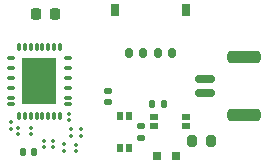
<source format=gtp>
%TF.GenerationSoftware,KiCad,Pcbnew,9.0.4*%
%TF.CreationDate,2025-10-05T00:28:02-04:00*%
%TF.ProjectId,bldc motor controller,626c6463-206d-46f7-946f-7220636f6e74,rev?*%
%TF.SameCoordinates,Original*%
%TF.FileFunction,Paste,Top*%
%TF.FilePolarity,Positive*%
%FSLAX46Y46*%
G04 Gerber Fmt 4.6, Leading zero omitted, Abs format (unit mm)*
G04 Created by KiCad (PCBNEW 9.0.4) date 2025-10-05 00:28:02*
%MOMM*%
%LPD*%
G01*
G04 APERTURE LIST*
G04 Aperture macros list*
%AMRoundRect*
0 Rectangle with rounded corners*
0 $1 Rounding radius*
0 $2 $3 $4 $5 $6 $7 $8 $9 X,Y pos of 4 corners*
0 Add a 4 corners polygon primitive as box body*
4,1,4,$2,$3,$4,$5,$6,$7,$8,$9,$2,$3,0*
0 Add four circle primitives for the rounded corners*
1,1,$1+$1,$2,$3*
1,1,$1+$1,$4,$5*
1,1,$1+$1,$6,$7*
1,1,$1+$1,$8,$9*
0 Add four rect primitives between the rounded corners*
20,1,$1+$1,$2,$3,$4,$5,0*
20,1,$1+$1,$4,$5,$6,$7,0*
20,1,$1+$1,$6,$7,$8,$9,0*
20,1,$1+$1,$8,$9,$2,$3,0*%
G04 Aperture macros list end*
%ADD10RoundRect,0.067500X-0.067500X0.067500X-0.067500X-0.067500X0.067500X-0.067500X0.067500X0.067500X0*%
%ADD11RoundRect,0.067500X0.067500X-0.067500X0.067500X0.067500X-0.067500X0.067500X-0.067500X-0.067500X0*%
%ADD12RoundRect,0.225000X-0.225000X-0.250000X0.225000X-0.250000X0.225000X0.250000X-0.225000X0.250000X0*%
%ADD13RoundRect,0.150000X-0.700000X0.150000X-0.700000X-0.150000X0.700000X-0.150000X0.700000X0.150000X0*%
%ADD14RoundRect,0.250000X-1.150000X0.250000X-1.150000X-0.250000X1.150000X-0.250000X1.150000X0.250000X0*%
%ADD15R,0.550000X0.720000*%
%ADD16O,0.790000X0.280000*%
%ADD17O,0.280000X0.790000*%
%ADD18R,3.000000X4.000000*%
%ADD19RoundRect,0.140000X-0.170000X0.140000X-0.170000X-0.140000X0.170000X-0.140000X0.170000X0.140000X0*%
%ADD20RoundRect,0.140000X-0.140000X-0.170000X0.140000X-0.170000X0.140000X0.170000X-0.140000X0.170000X0*%
%ADD21RoundRect,0.135000X0.135000X0.185000X-0.135000X0.185000X-0.135000X-0.185000X0.135000X-0.185000X0*%
%ADD22RoundRect,0.150000X0.150000X0.275000X-0.150000X0.275000X-0.150000X-0.275000X0.150000X-0.275000X0*%
%ADD23RoundRect,0.187500X0.187500X0.362500X-0.187500X0.362500X-0.187500X-0.362500X0.187500X-0.362500X0*%
%ADD24R,0.800000X0.800000*%
%ADD25R,0.720000X0.550000*%
%ADD26RoundRect,0.140000X0.170000X-0.140000X0.170000X0.140000X-0.170000X0.140000X-0.170000X-0.140000X0*%
%ADD27RoundRect,0.200000X-0.200000X-0.275000X0.200000X-0.275000X0.200000X0.275000X-0.200000X0.275000X0*%
G04 APERTURE END LIST*
D10*
%TO.C,R11*%
X133150000Y-91525000D03*
X133150000Y-92075000D03*
%TD*%
D11*
%TO.C,C6*%
X136349750Y-90875000D03*
X136349750Y-90325000D03*
%TD*%
D10*
%TO.C,C4*%
X136925000Y-92950000D03*
X136925000Y-93500000D03*
%TD*%
D12*
%TO.C,C7*%
X133575000Y-81900000D03*
X135125000Y-81900000D03*
%TD*%
D10*
%TO.C,R9*%
X132049750Y-91525000D03*
X132049750Y-92075000D03*
%TD*%
D13*
%TO.C,U7*%
X147850000Y-87375000D03*
X147850000Y-88625000D03*
D14*
X151200000Y-85525000D03*
X151200000Y-90475000D03*
%TD*%
D11*
%TO.C,C3*%
X136524750Y-92200000D03*
X136524750Y-91650000D03*
%TD*%
D10*
%TO.C,R10*%
X131400000Y-91075000D03*
X131400000Y-91625000D03*
%TD*%
D15*
%TO.C,SW1*%
X141450000Y-90550000D03*
X141450000Y-93250000D03*
X140650000Y-90550000D03*
X140650000Y-93250000D03*
%TD*%
D16*
%TO.C,U1*%
X136257500Y-89550000D03*
X136257500Y-89050000D03*
X136257500Y-88200000D03*
X136257500Y-87350000D03*
X136257500Y-86500000D03*
X136257500Y-85650000D03*
D17*
X135600000Y-84692500D03*
X135100000Y-84692500D03*
X134600000Y-84692500D03*
X134100000Y-84692500D03*
X133600000Y-84692500D03*
X133100000Y-84692500D03*
X132600000Y-84692500D03*
X132100000Y-84692500D03*
D16*
X131442500Y-85650000D03*
X131442500Y-86500000D03*
X131442500Y-87350000D03*
X131442500Y-88200000D03*
X131442500Y-89050000D03*
X131442500Y-89550000D03*
D17*
X132100000Y-90507500D03*
X132600000Y-90507500D03*
X133100000Y-90507500D03*
X133600000Y-90507500D03*
X134100000Y-90507500D03*
X134600000Y-90507500D03*
X135100000Y-90507500D03*
X135600000Y-90507500D03*
D18*
X133850000Y-87600000D03*
%TD*%
D19*
%TO.C,C10*%
X139649750Y-88420000D03*
X139649750Y-89380000D03*
%TD*%
D10*
%TO.C,C5*%
X134249750Y-92625000D03*
X134249750Y-93175000D03*
%TD*%
%TO.C,R4*%
X135000000Y-92625000D03*
X135000000Y-93175000D03*
%TD*%
D20*
%TO.C,C18*%
X132420000Y-93600000D03*
X133380000Y-93600000D03*
%TD*%
D21*
%TO.C,R7*%
X144410000Y-89500000D03*
X143390000Y-89500000D03*
%TD*%
D22*
%TO.C,U2*%
X145050000Y-85200000D03*
X143850000Y-85200000D03*
X142650000Y-85200000D03*
X141450000Y-85200000D03*
D23*
X146225000Y-81575000D03*
X140275000Y-81575000D03*
%TD*%
D24*
%TO.C,LED1*%
X145399500Y-93950000D03*
X143800500Y-93950000D03*
%TD*%
D11*
%TO.C,R2*%
X137325000Y-92200000D03*
X137325000Y-91650000D03*
%TD*%
D25*
%TO.C,SW2*%
X146250000Y-91400000D03*
X143550000Y-91400000D03*
X146250000Y-90600000D03*
X143550000Y-90600000D03*
%TD*%
D10*
%TO.C,R3*%
X135900000Y-92925000D03*
X135900000Y-93475000D03*
%TD*%
D26*
%TO.C,C24*%
X142450000Y-92380000D03*
X142450000Y-91420000D03*
%TD*%
D27*
%TO.C,R8*%
X146725000Y-92650000D03*
X148375000Y-92650000D03*
%TD*%
M02*

</source>
